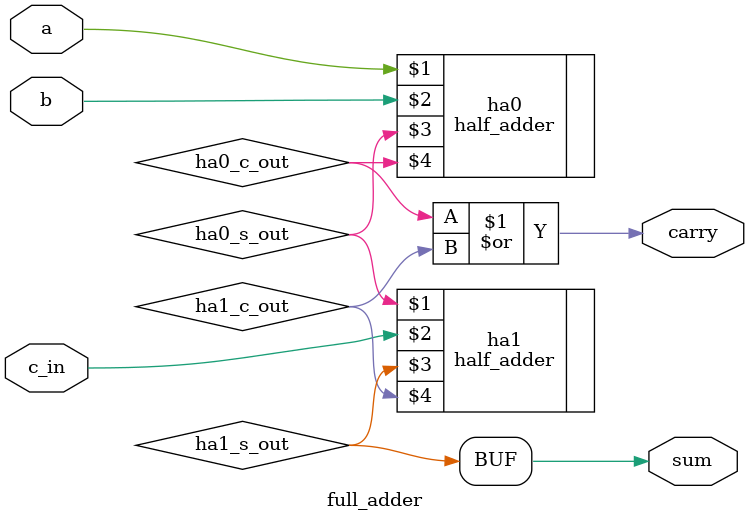
<source format=sv>
`include "half_adder.sv"

module full_adder (
    input logic a,
    input logic b,
    input logic c_in,
    output logic sum,
    output logic carry
);
    logic ha0_s_out;
    logic ha0_c_out;
    logic ha1_c_out;
    logic ha1_s_out;
    
    //HA: a b sum carry
    half_adder ha0(a, b, ha0_s_out, ha0_c_out);
    half_adder ha1(ha0_s_out, c_in, ha1_s_out, ha1_c_out);

    assign sum = ha1_s_out;
    assign carry = ha0_c_out | ha1_c_out; 

    
endmodule
</source>
